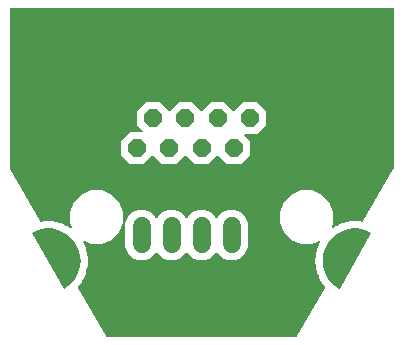
<source format=gbr>
G04 EAGLE Gerber RS-274X export*
G75*
%MOMM*%
%FSLAX34Y34*%
%LPD*%
%INTop Copper*%
%IPPOS*%
%AMOC8*
5,1,8,0,0,1.08239X$1,22.5*%
G01*
%ADD10P,1.649562X8X22.500000*%
%ADD11C,5.080000*%
%ADD12C,1.000000*%
%ADD13C,1.524000*%

G36*
X259142Y13072D02*
X259142Y13072D01*
X259210Y13073D01*
X259263Y13091D01*
X259318Y13100D01*
X259378Y13132D01*
X259442Y13155D01*
X259486Y13189D01*
X259536Y13216D01*
X259582Y13265D01*
X259635Y13306D01*
X259682Y13370D01*
X259705Y13394D01*
X259714Y13413D01*
X259735Y13441D01*
X283548Y54689D01*
X283560Y54719D01*
X283578Y54746D01*
X283603Y54834D01*
X283635Y54919D01*
X283637Y54952D01*
X283645Y54983D01*
X283641Y55074D01*
X283644Y55165D01*
X283635Y55196D01*
X283634Y55228D01*
X283581Y55388D01*
X283552Y55450D01*
X283548Y55457D01*
X283545Y55465D01*
X283456Y55607D01*
X282058Y57358D01*
X282052Y57363D01*
X282048Y57371D01*
X281927Y57487D01*
X281599Y57738D01*
X281218Y58397D01*
X281197Y58423D01*
X281154Y58491D01*
X280679Y59086D01*
X280565Y59483D01*
X280561Y59491D01*
X280560Y59499D01*
X280493Y59653D01*
X279372Y61592D01*
X279366Y61599D01*
X279363Y61607D01*
X279261Y61740D01*
X278974Y62038D01*
X278696Y62746D01*
X278679Y62774D01*
X278646Y62848D01*
X278266Y63507D01*
X278212Y63917D01*
X278209Y63925D01*
X278209Y63933D01*
X278166Y64095D01*
X277346Y66180D01*
X277342Y66188D01*
X277340Y66196D01*
X277259Y66343D01*
X277019Y66680D01*
X276850Y67421D01*
X276837Y67452D01*
X276816Y67530D01*
X276538Y68238D01*
X276546Y68652D01*
X276544Y68660D01*
X276546Y68668D01*
X276527Y68835D01*
X276027Y71019D01*
X276024Y71027D01*
X276023Y71035D01*
X275965Y71193D01*
X275778Y71561D01*
X275721Y72320D01*
X275714Y72352D01*
X275704Y72433D01*
X275535Y73174D01*
X275604Y73582D01*
X275604Y73590D01*
X275607Y73599D01*
X275612Y73766D01*
X275444Y76000D01*
X275442Y76008D01*
X275443Y76017D01*
X275408Y76181D01*
X275279Y76574D01*
X275336Y77332D01*
X275333Y77365D01*
X275335Y77446D01*
X275278Y78205D01*
X275407Y78597D01*
X275409Y78606D01*
X275413Y78614D01*
X275443Y78779D01*
X275610Y81012D01*
X275609Y81021D01*
X275611Y81029D01*
X275601Y81197D01*
X275532Y81604D01*
X275701Y82346D01*
X275703Y82379D01*
X275718Y82459D01*
X275775Y83217D01*
X275961Y83586D01*
X275963Y83594D01*
X275968Y83601D01*
X276023Y83760D01*
X276521Y85944D01*
X276522Y85953D01*
X276525Y85961D01*
X276540Y86128D01*
X276532Y86541D01*
X276810Y87249D01*
X276817Y87281D01*
X276843Y87358D01*
X277012Y88100D01*
X277252Y88437D01*
X277255Y88445D01*
X277261Y88451D01*
X277339Y88599D01*
X278157Y90685D01*
X278159Y90693D01*
X278163Y90701D01*
X278203Y90864D01*
X278257Y91274D01*
X278637Y91933D01*
X278649Y91963D01*
X278686Y92035D01*
X278964Y92743D01*
X278970Y92749D01*
X279021Y92824D01*
X279079Y92893D01*
X279091Y92924D01*
X279110Y92952D01*
X279135Y93039D01*
X279167Y93123D01*
X279168Y93156D01*
X279178Y93188D01*
X279174Y93278D01*
X279177Y93369D01*
X279168Y93401D01*
X279167Y93434D01*
X279134Y93518D01*
X279109Y93605D01*
X279090Y93632D01*
X279078Y93663D01*
X279020Y93733D01*
X278969Y93807D01*
X278942Y93827D01*
X278921Y93852D01*
X278844Y93900D01*
X278771Y93954D01*
X278740Y93964D01*
X278711Y93982D01*
X278623Y94002D01*
X278537Y94030D01*
X278504Y94030D01*
X278472Y94037D01*
X278382Y94028D01*
X278291Y94027D01*
X278251Y94016D01*
X278227Y94013D01*
X278198Y94000D01*
X278130Y93981D01*
X272477Y91639D01*
X263463Y91639D01*
X255134Y95089D01*
X248759Y101464D01*
X245309Y109793D01*
X245309Y118807D01*
X248759Y127136D01*
X255134Y133511D01*
X263463Y136961D01*
X272477Y136961D01*
X280806Y133511D01*
X287181Y127136D01*
X290631Y118807D01*
X290631Y109793D01*
X289121Y106149D01*
X289115Y106123D01*
X289103Y106099D01*
X289087Y106003D01*
X289065Y105909D01*
X289068Y105883D01*
X289063Y105856D01*
X289079Y105761D01*
X289088Y105664D01*
X289099Y105640D01*
X289104Y105614D01*
X289149Y105528D01*
X289188Y105440D01*
X289206Y105420D01*
X289219Y105396D01*
X289289Y105330D01*
X289355Y105258D01*
X289378Y105246D01*
X289398Y105227D01*
X289485Y105187D01*
X289570Y105140D01*
X289597Y105135D01*
X289621Y105124D01*
X289717Y105113D01*
X289812Y105096D01*
X289839Y105100D01*
X289865Y105097D01*
X289960Y105118D01*
X290056Y105132D01*
X290079Y105144D01*
X290106Y105150D01*
X290254Y105229D01*
X290995Y105734D01*
X291001Y105740D01*
X291009Y105744D01*
X291133Y105856D01*
X291409Y106164D01*
X292094Y106495D01*
X292121Y106513D01*
X292193Y106551D01*
X292821Y106980D01*
X293226Y107065D01*
X293234Y107068D01*
X293242Y107068D01*
X293401Y107124D01*
X295418Y108097D01*
X295425Y108102D01*
X295434Y108104D01*
X295574Y108196D01*
X295892Y108460D01*
X296619Y108685D01*
X296649Y108699D01*
X296725Y108726D01*
X297410Y109057D01*
X297823Y109080D01*
X297831Y109082D01*
X297840Y109081D01*
X298005Y109113D01*
X300145Y109774D01*
X300153Y109777D01*
X300161Y109779D01*
X300162Y109779D01*
X300165Y109780D01*
X300313Y109849D01*
X300667Y110063D01*
X301420Y110176D01*
X301451Y110186D01*
X301531Y110202D01*
X302257Y110426D01*
X302669Y110387D01*
X302678Y110388D01*
X302686Y110386D01*
X302854Y110393D01*
X305069Y110727D01*
X305077Y110730D01*
X305085Y110730D01*
X305246Y110777D01*
X305628Y110935D01*
X306389Y110935D01*
X306422Y110941D01*
X306502Y110944D01*
X307255Y111058D01*
X307656Y110958D01*
X307665Y110957D01*
X307672Y110954D01*
X307839Y110936D01*
X310079Y110937D01*
X310088Y110938D01*
X310096Y110937D01*
X310263Y110959D01*
X310664Y111059D01*
X311416Y110945D01*
X311449Y110946D01*
X311529Y110937D01*
X312290Y110937D01*
X312672Y110779D01*
X312681Y110777D01*
X312688Y110773D01*
X312850Y110730D01*
X315065Y110397D01*
X315074Y110397D01*
X315082Y110394D01*
X315250Y110392D01*
X315342Y110400D01*
X315373Y110408D01*
X315405Y110409D01*
X315492Y110439D01*
X315580Y110463D01*
X315607Y110480D01*
X315637Y110491D01*
X315709Y110547D01*
X315786Y110597D01*
X315806Y110623D01*
X315831Y110642D01*
X315930Y110777D01*
X341507Y155080D01*
X341548Y155187D01*
X341591Y155294D01*
X341592Y155304D01*
X341594Y155310D01*
X341595Y155332D01*
X341609Y155460D01*
X341609Y290978D01*
X341606Y290998D01*
X341608Y291017D01*
X341586Y291119D01*
X341570Y291221D01*
X341560Y291238D01*
X341556Y291258D01*
X341503Y291347D01*
X341454Y291438D01*
X341440Y291452D01*
X341430Y291469D01*
X341351Y291536D01*
X341276Y291608D01*
X341258Y291616D01*
X341243Y291629D01*
X341147Y291668D01*
X341053Y291711D01*
X341033Y291713D01*
X341015Y291721D01*
X340848Y291739D01*
X17292Y291739D01*
X17272Y291736D01*
X17253Y291738D01*
X17151Y291716D01*
X17049Y291700D01*
X17032Y291690D01*
X17012Y291686D01*
X16923Y291633D01*
X16832Y291584D01*
X16818Y291570D01*
X16801Y291560D01*
X16734Y291481D01*
X16662Y291406D01*
X16654Y291388D01*
X16641Y291373D01*
X16602Y291277D01*
X16559Y291183D01*
X16557Y291163D01*
X16549Y291145D01*
X16531Y290978D01*
X16531Y155460D01*
X16549Y155347D01*
X16565Y155233D01*
X16569Y155224D01*
X16570Y155218D01*
X16581Y155198D01*
X16633Y155080D01*
X42210Y110777D01*
X42230Y110753D01*
X42244Y110724D01*
X42308Y110658D01*
X42366Y110587D01*
X42393Y110570D01*
X42415Y110547D01*
X42496Y110505D01*
X42574Y110456D01*
X42605Y110449D01*
X42634Y110434D01*
X42798Y110400D01*
X42890Y110392D01*
X42899Y110392D01*
X42907Y110390D01*
X43075Y110397D01*
X45290Y110730D01*
X45298Y110732D01*
X45307Y110733D01*
X45468Y110779D01*
X45850Y110937D01*
X46611Y110937D01*
X46643Y110942D01*
X46724Y110945D01*
X47476Y111059D01*
X47877Y110959D01*
X47886Y110958D01*
X47894Y110955D01*
X48061Y110937D01*
X50301Y110936D01*
X50309Y110937D01*
X50318Y110936D01*
X50484Y110958D01*
X50885Y111058D01*
X51638Y110944D01*
X51671Y110944D01*
X51751Y110935D01*
X52512Y110935D01*
X52894Y110777D01*
X52902Y110775D01*
X52909Y110770D01*
X53071Y110727D01*
X55286Y110393D01*
X55295Y110393D01*
X55303Y110390D01*
X55471Y110387D01*
X55883Y110426D01*
X56609Y110202D01*
X56642Y110197D01*
X56720Y110176D01*
X57473Y110063D01*
X57827Y109849D01*
X57835Y109846D01*
X57841Y109840D01*
X57995Y109774D01*
X60135Y109113D01*
X60144Y109111D01*
X60152Y109108D01*
X60317Y109080D01*
X60730Y109057D01*
X61415Y108726D01*
X61447Y108717D01*
X61521Y108685D01*
X62248Y108460D01*
X62566Y108196D01*
X62574Y108192D01*
X62579Y108186D01*
X62722Y108097D01*
X64739Y107124D01*
X64748Y107122D01*
X64755Y107117D01*
X64914Y107065D01*
X65319Y106980D01*
X65947Y106551D01*
X65977Y106538D01*
X66046Y106495D01*
X66731Y106164D01*
X67007Y105856D01*
X67013Y105850D01*
X67018Y105843D01*
X67145Y105734D01*
X67886Y105229D01*
X67911Y105217D01*
X67931Y105200D01*
X68021Y105166D01*
X68109Y105125D01*
X68136Y105122D01*
X68161Y105112D01*
X68257Y105108D01*
X68354Y105097D01*
X68380Y105103D01*
X68406Y105102D01*
X68500Y105129D01*
X68594Y105149D01*
X68617Y105163D01*
X68643Y105170D01*
X68722Y105225D01*
X68805Y105275D01*
X68823Y105295D01*
X68845Y105310D01*
X68903Y105388D01*
X68966Y105462D01*
X68976Y105486D01*
X68992Y105508D01*
X69022Y105600D01*
X69058Y105690D01*
X69059Y105716D01*
X69068Y105742D01*
X69067Y105839D01*
X69073Y105935D01*
X69066Y105961D01*
X69065Y105988D01*
X69019Y106149D01*
X67509Y109793D01*
X67509Y118807D01*
X70959Y127136D01*
X77334Y133511D01*
X85663Y136961D01*
X94677Y136961D01*
X103006Y133511D01*
X109381Y127136D01*
X112831Y118807D01*
X112831Y109793D01*
X109381Y101464D01*
X103006Y95089D01*
X94677Y91639D01*
X85663Y91639D01*
X80010Y93981D01*
X79922Y94001D01*
X79836Y94030D01*
X79803Y94029D01*
X79770Y94037D01*
X79680Y94028D01*
X79590Y94028D01*
X79559Y94017D01*
X79525Y94014D01*
X79443Y93977D01*
X79358Y93948D01*
X79331Y93927D01*
X79301Y93914D01*
X79234Y93853D01*
X79163Y93798D01*
X79144Y93770D01*
X79119Y93747D01*
X79076Y93668D01*
X79026Y93593D01*
X79017Y93561D01*
X79001Y93532D01*
X78985Y93443D01*
X78961Y93356D01*
X78963Y93323D01*
X78957Y93290D01*
X78970Y93201D01*
X78976Y93111D01*
X78988Y93080D01*
X78993Y93047D01*
X79034Y92966D01*
X79068Y92882D01*
X79094Y92849D01*
X79104Y92827D01*
X79127Y92805D01*
X79170Y92750D01*
X79176Y92743D01*
X79454Y92035D01*
X79470Y92007D01*
X79503Y91933D01*
X79883Y91274D01*
X79937Y90864D01*
X79939Y90855D01*
X79939Y90847D01*
X79983Y90685D01*
X80801Y88599D01*
X80805Y88592D01*
X80807Y88584D01*
X80888Y88437D01*
X81128Y88100D01*
X81297Y87358D01*
X81309Y87327D01*
X81330Y87249D01*
X81608Y86541D01*
X81600Y86128D01*
X81601Y86119D01*
X81600Y86111D01*
X81619Y85944D01*
X82117Y83760D01*
X82120Y83752D01*
X82121Y83743D01*
X82179Y83586D01*
X82365Y83217D01*
X82422Y82459D01*
X82430Y82427D01*
X82439Y82346D01*
X82608Y81604D01*
X82539Y81197D01*
X82539Y81188D01*
X82536Y81180D01*
X82530Y81012D01*
X82697Y78779D01*
X82699Y78770D01*
X82698Y78762D01*
X82732Y78597D01*
X82862Y78205D01*
X82805Y77446D01*
X82807Y77413D01*
X82804Y77332D01*
X82861Y76574D01*
X82732Y76181D01*
X82730Y76173D01*
X82727Y76165D01*
X82696Y76000D01*
X82528Y73766D01*
X82528Y73758D01*
X82526Y73749D01*
X82536Y73582D01*
X82605Y73174D01*
X82436Y72433D01*
X82434Y72400D01*
X82419Y72320D01*
X82362Y71562D01*
X82175Y71193D01*
X82173Y71184D01*
X82168Y71177D01*
X82113Y71019D01*
X81613Y68835D01*
X81613Y68827D01*
X81610Y68819D01*
X81594Y68651D01*
X81602Y68238D01*
X81324Y67530D01*
X81317Y67498D01*
X81290Y67421D01*
X81121Y66680D01*
X80881Y66343D01*
X80878Y66335D01*
X80872Y66329D01*
X80794Y66180D01*
X79974Y64095D01*
X79973Y64087D01*
X79968Y64079D01*
X79928Y63917D01*
X79874Y63507D01*
X79494Y62848D01*
X79482Y62817D01*
X79444Y62746D01*
X79166Y62038D01*
X78879Y61740D01*
X78874Y61733D01*
X78868Y61728D01*
X78768Y61592D01*
X77648Y59653D01*
X77644Y59645D01*
X77639Y59638D01*
X77575Y59483D01*
X77461Y59086D01*
X76986Y58491D01*
X76970Y58462D01*
X76922Y58397D01*
X76541Y57738D01*
X76213Y57487D01*
X76207Y57481D01*
X76200Y57476D01*
X76082Y57358D01*
X74684Y55607D01*
X74680Y55599D01*
X74674Y55593D01*
X74588Y55450D01*
X74559Y55388D01*
X74551Y55356D01*
X74535Y55328D01*
X74518Y55238D01*
X74494Y55150D01*
X74496Y55118D01*
X74490Y55086D01*
X74503Y54996D01*
X74508Y54905D01*
X74520Y54875D01*
X74524Y54843D01*
X74592Y54689D01*
X98405Y13441D01*
X98448Y13389D01*
X98483Y13331D01*
X98525Y13295D01*
X98561Y13251D01*
X98618Y13215D01*
X98670Y13171D01*
X98722Y13150D01*
X98769Y13120D01*
X98835Y13104D01*
X98898Y13079D01*
X98977Y13070D01*
X99009Y13063D01*
X99029Y13065D01*
X99065Y13061D01*
X259075Y13061D01*
X259142Y13072D01*
G37*
%LPC*%
G36*
X118524Y159003D02*
X118524Y159003D01*
X110489Y167038D01*
X110489Y178402D01*
X118524Y186437D01*
X128369Y186437D01*
X128440Y186448D01*
X128512Y186450D01*
X128560Y186468D01*
X128612Y186476D01*
X128675Y186510D01*
X128743Y186535D01*
X128783Y186567D01*
X128829Y186592D01*
X128879Y186644D01*
X128935Y186688D01*
X128963Y186732D01*
X128999Y186770D01*
X129029Y186835D01*
X129068Y186895D01*
X129080Y186946D01*
X129102Y186993D01*
X129110Y187064D01*
X129128Y187134D01*
X129124Y187186D01*
X129129Y187237D01*
X129114Y187308D01*
X129108Y187379D01*
X129088Y187427D01*
X129077Y187478D01*
X129040Y187539D01*
X129012Y187605D01*
X128967Y187661D01*
X128951Y187689D01*
X128933Y187704D01*
X128907Y187736D01*
X124205Y192438D01*
X124205Y203802D01*
X132240Y211837D01*
X143604Y211837D01*
X151100Y204341D01*
X151116Y204329D01*
X151128Y204313D01*
X151200Y204267D01*
X151226Y204245D01*
X151241Y204239D01*
X151299Y204197D01*
X151318Y204191D01*
X151335Y204180D01*
X151436Y204155D01*
X151535Y204125D01*
X151554Y204125D01*
X151574Y204120D01*
X151677Y204128D01*
X151780Y204131D01*
X151799Y204138D01*
X151819Y204140D01*
X151914Y204180D01*
X152011Y204216D01*
X152027Y204228D01*
X152045Y204236D01*
X152107Y204285D01*
X152115Y204289D01*
X152124Y204299D01*
X152176Y204341D01*
X159672Y211837D01*
X171036Y211837D01*
X178532Y204341D01*
X178548Y204329D01*
X178560Y204313D01*
X178632Y204267D01*
X178658Y204245D01*
X178673Y204239D01*
X178731Y204197D01*
X178750Y204191D01*
X178767Y204180D01*
X178868Y204155D01*
X178967Y204125D01*
X178986Y204125D01*
X179006Y204120D01*
X179109Y204128D01*
X179212Y204131D01*
X179231Y204138D01*
X179251Y204140D01*
X179346Y204180D01*
X179443Y204216D01*
X179459Y204228D01*
X179477Y204236D01*
X179539Y204285D01*
X179547Y204289D01*
X179556Y204299D01*
X179608Y204341D01*
X187104Y211837D01*
X198468Y211837D01*
X205964Y204341D01*
X205980Y204329D01*
X205992Y204313D01*
X206064Y204267D01*
X206090Y204245D01*
X206105Y204239D01*
X206163Y204197D01*
X206182Y204191D01*
X206199Y204180D01*
X206300Y204155D01*
X206399Y204125D01*
X206418Y204125D01*
X206438Y204120D01*
X206541Y204128D01*
X206644Y204131D01*
X206663Y204138D01*
X206683Y204140D01*
X206778Y204180D01*
X206875Y204216D01*
X206891Y204228D01*
X206909Y204236D01*
X206971Y204285D01*
X206979Y204289D01*
X206988Y204299D01*
X207040Y204341D01*
X214536Y211837D01*
X225900Y211837D01*
X233935Y203802D01*
X233935Y192438D01*
X225900Y184403D01*
X216055Y184403D01*
X215984Y184392D01*
X215912Y184390D01*
X215864Y184372D01*
X215812Y184364D01*
X215749Y184330D01*
X215681Y184305D01*
X215641Y184273D01*
X215595Y184248D01*
X215545Y184196D01*
X215489Y184152D01*
X215461Y184108D01*
X215425Y184070D01*
X215395Y184005D01*
X215356Y183945D01*
X215344Y183894D01*
X215322Y183847D01*
X215314Y183776D01*
X215296Y183706D01*
X215300Y183654D01*
X215295Y183603D01*
X215310Y183532D01*
X215316Y183461D01*
X215336Y183413D01*
X215347Y183362D01*
X215384Y183301D01*
X215412Y183235D01*
X215457Y183179D01*
X215473Y183151D01*
X215491Y183136D01*
X215517Y183104D01*
X220219Y178402D01*
X220219Y167038D01*
X212184Y159003D01*
X200820Y159003D01*
X193324Y166499D01*
X193308Y166511D01*
X193296Y166527D01*
X193208Y166583D01*
X193125Y166643D01*
X193106Y166649D01*
X193089Y166660D01*
X192988Y166685D01*
X192889Y166715D01*
X192870Y166715D01*
X192850Y166720D01*
X192747Y166712D01*
X192644Y166709D01*
X192625Y166702D01*
X192605Y166700D01*
X192510Y166660D01*
X192413Y166624D01*
X192397Y166612D01*
X192379Y166604D01*
X192248Y166499D01*
X184752Y159003D01*
X173388Y159003D01*
X165892Y166499D01*
X165876Y166511D01*
X165864Y166527D01*
X165776Y166583D01*
X165693Y166643D01*
X165674Y166649D01*
X165657Y166660D01*
X165556Y166685D01*
X165457Y166715D01*
X165438Y166715D01*
X165418Y166720D01*
X165315Y166712D01*
X165212Y166709D01*
X165193Y166702D01*
X165173Y166700D01*
X165078Y166660D01*
X164981Y166624D01*
X164965Y166612D01*
X164947Y166604D01*
X164816Y166499D01*
X157320Y159003D01*
X145956Y159003D01*
X138460Y166499D01*
X138444Y166511D01*
X138432Y166527D01*
X138344Y166583D01*
X138261Y166643D01*
X138242Y166649D01*
X138225Y166660D01*
X138124Y166685D01*
X138025Y166715D01*
X138006Y166715D01*
X137986Y166720D01*
X137883Y166712D01*
X137780Y166709D01*
X137761Y166702D01*
X137741Y166700D01*
X137646Y166660D01*
X137549Y166624D01*
X137533Y166612D01*
X137515Y166604D01*
X137384Y166499D01*
X129888Y159003D01*
X118524Y159003D01*
G37*
%LPD*%
%LPC*%
G36*
X125542Y77723D02*
X125542Y77723D01*
X120500Y79812D01*
X116642Y83670D01*
X114553Y88712D01*
X114553Y109408D01*
X116642Y114450D01*
X120500Y118308D01*
X125542Y120397D01*
X130998Y120397D01*
X136040Y118308D01*
X139898Y114450D01*
X140267Y113561D01*
X140304Y113500D01*
X140334Y113435D01*
X140369Y113396D01*
X140396Y113352D01*
X140452Y113306D01*
X140500Y113253D01*
X140546Y113228D01*
X140586Y113195D01*
X140653Y113169D01*
X140716Y113135D01*
X140767Y113126D01*
X140815Y113107D01*
X140887Y113104D01*
X140958Y113091D01*
X141009Y113099D01*
X141061Y113097D01*
X141130Y113116D01*
X141201Y113127D01*
X141247Y113151D01*
X141297Y113165D01*
X141356Y113206D01*
X141420Y113238D01*
X141457Y113276D01*
X141499Y113305D01*
X141542Y113363D01*
X141592Y113414D01*
X141627Y113477D01*
X141646Y113503D01*
X141654Y113525D01*
X141673Y113561D01*
X142042Y114450D01*
X145900Y118308D01*
X150942Y120397D01*
X156398Y120397D01*
X161440Y118308D01*
X165298Y114450D01*
X165667Y113561D01*
X165704Y113500D01*
X165734Y113435D01*
X165769Y113396D01*
X165796Y113352D01*
X165852Y113306D01*
X165900Y113253D01*
X165946Y113228D01*
X165986Y113195D01*
X166053Y113169D01*
X166116Y113135D01*
X166167Y113126D01*
X166215Y113107D01*
X166287Y113104D01*
X166358Y113091D01*
X166409Y113099D01*
X166461Y113097D01*
X166530Y113116D01*
X166601Y113127D01*
X166647Y113151D01*
X166697Y113165D01*
X166756Y113206D01*
X166820Y113238D01*
X166857Y113276D01*
X166899Y113305D01*
X166942Y113363D01*
X166992Y113414D01*
X167027Y113477D01*
X167046Y113503D01*
X167054Y113525D01*
X167073Y113561D01*
X167442Y114450D01*
X171300Y118308D01*
X176342Y120397D01*
X181798Y120397D01*
X186840Y118308D01*
X190698Y114450D01*
X191067Y113561D01*
X191104Y113500D01*
X191134Y113435D01*
X191169Y113396D01*
X191196Y113352D01*
X191252Y113306D01*
X191300Y113253D01*
X191346Y113228D01*
X191386Y113195D01*
X191453Y113169D01*
X191516Y113135D01*
X191567Y113126D01*
X191615Y113107D01*
X191687Y113104D01*
X191758Y113091D01*
X191809Y113099D01*
X191861Y113097D01*
X191930Y113116D01*
X192001Y113127D01*
X192047Y113151D01*
X192097Y113165D01*
X192156Y113206D01*
X192220Y113238D01*
X192257Y113276D01*
X192299Y113305D01*
X192342Y113363D01*
X192392Y113414D01*
X192427Y113477D01*
X192446Y113503D01*
X192454Y113525D01*
X192473Y113561D01*
X192842Y114450D01*
X196700Y118308D01*
X201742Y120397D01*
X207198Y120397D01*
X212240Y118308D01*
X216098Y114450D01*
X218187Y109408D01*
X218187Y88712D01*
X216098Y83670D01*
X212240Y79812D01*
X207198Y77723D01*
X201742Y77723D01*
X196700Y79812D01*
X192842Y83670D01*
X192473Y84559D01*
X192436Y84620D01*
X192406Y84685D01*
X192371Y84724D01*
X192344Y84768D01*
X192289Y84814D01*
X192240Y84867D01*
X192194Y84892D01*
X192154Y84925D01*
X192087Y84951D01*
X192024Y84985D01*
X191973Y84994D01*
X191925Y85013D01*
X191853Y85016D01*
X191782Y85029D01*
X191731Y85021D01*
X191679Y85023D01*
X191610Y85004D01*
X191539Y84993D01*
X191493Y84969D01*
X191443Y84955D01*
X191384Y84914D01*
X191320Y84882D01*
X191283Y84844D01*
X191241Y84815D01*
X191198Y84757D01*
X191148Y84706D01*
X191113Y84643D01*
X191094Y84617D01*
X191087Y84595D01*
X191067Y84559D01*
X190698Y83670D01*
X186840Y79812D01*
X181798Y77723D01*
X176342Y77723D01*
X171300Y79812D01*
X167442Y83670D01*
X167073Y84559D01*
X167036Y84620D01*
X167006Y84685D01*
X166971Y84724D01*
X166944Y84768D01*
X166889Y84814D01*
X166840Y84867D01*
X166794Y84892D01*
X166754Y84925D01*
X166687Y84951D01*
X166624Y84985D01*
X166573Y84994D01*
X166525Y85013D01*
X166453Y85016D01*
X166382Y85029D01*
X166331Y85021D01*
X166279Y85023D01*
X166210Y85004D01*
X166139Y84993D01*
X166093Y84969D01*
X166043Y84955D01*
X165984Y84914D01*
X165920Y84882D01*
X165883Y84844D01*
X165841Y84815D01*
X165798Y84757D01*
X165748Y84706D01*
X165713Y84643D01*
X165694Y84617D01*
X165687Y84595D01*
X165667Y84559D01*
X165298Y83670D01*
X161440Y79812D01*
X156398Y77723D01*
X150942Y77723D01*
X145900Y79812D01*
X142042Y83670D01*
X141673Y84559D01*
X141636Y84620D01*
X141606Y84685D01*
X141571Y84724D01*
X141544Y84768D01*
X141489Y84814D01*
X141440Y84867D01*
X141394Y84892D01*
X141354Y84925D01*
X141287Y84951D01*
X141224Y84985D01*
X141173Y84994D01*
X141125Y85013D01*
X141053Y85016D01*
X140982Y85029D01*
X140931Y85021D01*
X140879Y85023D01*
X140810Y85004D01*
X140739Y84993D01*
X140693Y84969D01*
X140643Y84955D01*
X140584Y84914D01*
X140520Y84882D01*
X140483Y84844D01*
X140441Y84815D01*
X140398Y84757D01*
X140348Y84706D01*
X140313Y84643D01*
X140294Y84617D01*
X140287Y84595D01*
X140267Y84559D01*
X139898Y83670D01*
X136040Y79812D01*
X130998Y77723D01*
X125542Y77723D01*
G37*
%LPD*%
G36*
X295498Y53511D02*
X295498Y53511D01*
X295571Y53511D01*
X295596Y53522D01*
X295623Y53525D01*
X295687Y53561D01*
X295754Y53589D01*
X295773Y53609D01*
X295796Y53622D01*
X295864Y53703D01*
X295892Y53733D01*
X295895Y53742D01*
X295902Y53751D01*
X322902Y100551D01*
X322911Y100576D01*
X322927Y100599D01*
X322942Y100670D01*
X322966Y100739D01*
X322963Y100766D01*
X322969Y100793D01*
X322956Y100864D01*
X322950Y100937D01*
X322937Y100962D01*
X322932Y100988D01*
X322892Y101049D01*
X322858Y101114D01*
X322837Y101131D01*
X322822Y101154D01*
X322736Y101215D01*
X322705Y101240D01*
X322696Y101243D01*
X322686Y101250D01*
X319048Y103001D01*
X319017Y103008D01*
X318979Y103028D01*
X315120Y104217D01*
X315088Y104220D01*
X315047Y104233D01*
X311054Y104834D01*
X311023Y104832D01*
X310980Y104839D01*
X306942Y104838D01*
X306911Y104832D01*
X306868Y104832D01*
X302876Y104229D01*
X302846Y104218D01*
X302803Y104213D01*
X298945Y103021D01*
X298917Y103006D01*
X298876Y102994D01*
X295238Y101241D01*
X295213Y101222D01*
X295174Y101204D01*
X291838Y98928D01*
X291816Y98905D01*
X291780Y98882D01*
X288821Y96134D01*
X288802Y96109D01*
X288770Y96080D01*
X286254Y92922D01*
X286239Y92894D01*
X286212Y92860D01*
X284194Y89363D01*
X284184Y89333D01*
X284162Y89296D01*
X282688Y85537D01*
X282682Y85505D01*
X282666Y85465D01*
X281769Y81529D01*
X281768Y81497D01*
X281758Y81455D01*
X281457Y77429D01*
X281461Y77397D01*
X281457Y77354D01*
X281760Y73328D01*
X281769Y73297D01*
X281771Y73254D01*
X282671Y69318D01*
X282684Y69289D01*
X282693Y69246D01*
X284169Y65488D01*
X284187Y65461D01*
X284202Y65421D01*
X286222Y61925D01*
X286243Y61901D01*
X286264Y61863D01*
X288782Y58707D01*
X288807Y58687D01*
X288833Y58653D01*
X291794Y55907D01*
X291821Y55891D01*
X291852Y55861D01*
X295189Y53587D01*
X295214Y53577D01*
X295235Y53560D01*
X295305Y53539D01*
X295372Y53510D01*
X295400Y53511D01*
X295426Y53503D01*
X295498Y53511D01*
G37*
G36*
X62674Y53510D02*
X62674Y53510D01*
X62747Y53507D01*
X62773Y53516D01*
X62800Y53518D01*
X62896Y53562D01*
X62934Y53576D01*
X62941Y53583D01*
X62951Y53587D01*
X66288Y55861D01*
X66310Y55884D01*
X66346Y55907D01*
X69307Y58653D01*
X69326Y58679D01*
X69358Y58707D01*
X71876Y61863D01*
X71891Y61892D01*
X71918Y61925D01*
X73938Y65421D01*
X73948Y65451D01*
X73971Y65488D01*
X75447Y69246D01*
X75452Y69278D01*
X75469Y69318D01*
X76369Y73254D01*
X76369Y73286D01*
X76380Y73328D01*
X76683Y77354D01*
X76679Y77385D01*
X76683Y77429D01*
X76382Y81455D01*
X76374Y81486D01*
X76371Y81529D01*
X75474Y85465D01*
X75461Y85494D01*
X75452Y85537D01*
X73978Y89296D01*
X73961Y89323D01*
X73946Y89363D01*
X71928Y92860D01*
X71907Y92884D01*
X71886Y92922D01*
X69370Y96080D01*
X69345Y96100D01*
X69319Y96134D01*
X66360Y98882D01*
X66333Y98898D01*
X66302Y98928D01*
X62966Y101204D01*
X62937Y101216D01*
X62902Y101241D01*
X59265Y102994D01*
X59234Y103002D01*
X59195Y103021D01*
X55337Y104213D01*
X55305Y104216D01*
X55264Y104229D01*
X51272Y104832D01*
X51240Y104831D01*
X51198Y104838D01*
X47160Y104839D01*
X47129Y104833D01*
X47086Y104834D01*
X43093Y104233D01*
X43063Y104222D01*
X43020Y104217D01*
X39161Y103028D01*
X39133Y103013D01*
X39092Y103001D01*
X35454Y101250D01*
X35432Y101233D01*
X35406Y101224D01*
X35353Y101174D01*
X35295Y101130D01*
X35282Y101106D01*
X35262Y101087D01*
X35232Y101021D01*
X35196Y100957D01*
X35193Y100930D01*
X35182Y100905D01*
X35181Y100832D01*
X35172Y100760D01*
X35180Y100734D01*
X35180Y100706D01*
X35216Y100608D01*
X35228Y100569D01*
X35234Y100561D01*
X35238Y100551D01*
X62238Y53751D01*
X62256Y53730D01*
X62267Y53705D01*
X62321Y53656D01*
X62369Y53602D01*
X62394Y53590D01*
X62414Y53571D01*
X62483Y53547D01*
X62549Y53516D01*
X62576Y53515D01*
X62601Y53505D01*
X62674Y53510D01*
G37*
D10*
X124206Y172720D03*
X151638Y172720D03*
X179070Y172720D03*
X206502Y172720D03*
X233934Y172720D03*
X137922Y198120D03*
X165354Y198120D03*
X192786Y198120D03*
X220218Y198120D03*
D11*
X53848Y185420D03*
X304292Y185420D03*
D12*
X302970Y80900D03*
X55170Y80900D03*
D13*
X229870Y91440D02*
X229870Y106680D01*
X204470Y106680D02*
X204470Y91440D01*
X179070Y91440D02*
X179070Y106680D01*
X153670Y106680D02*
X153670Y91440D01*
X128270Y91440D02*
X128270Y106680D01*
M02*

</source>
